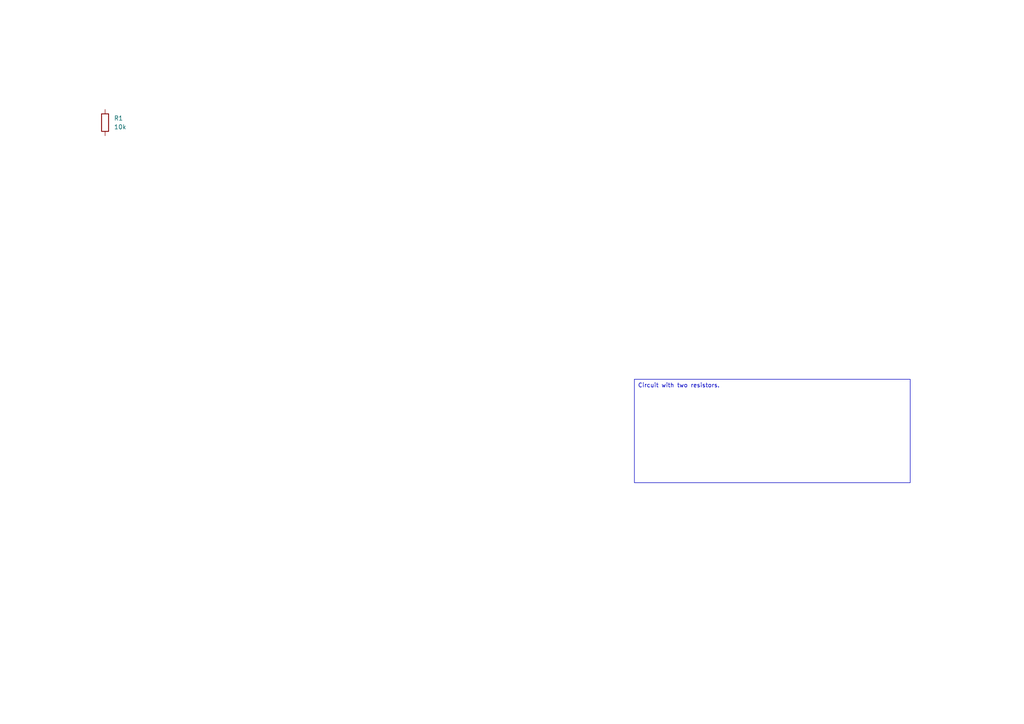
<source format=kicad_sch>
(kicad_sch (version 20250114) (generator "circuit_synth") (generator_version "0.8.36")
  (paper "A4")
  (title_block (title "delete_test"))
  (lib_symbols
    (symbol "Device:R" (pin_numbers (hide yes)) (pin_names (offset 0))
      (property "Reference" "R" (at 2.032 0 90))
      (property "Value" "R" (at 0 0 90))
      (symbol "R_0_1"
        (rectangle (start -1.016 -2.54) (end 1.016 2.54) (stroke (width 0.254)))
      )
      (symbol "R_1_1"
        (pin passive line (at 0 3.81 270) (length 1.27) (name "~") (number "1"))
        (pin passive line (at 0 -3.81 90) (length 1.27) (name "~") (number "2"))
      )
    )
  )
  (symbol (lib_id "Device:R") (at 30.48 35.56 0) (unit 1)
    (property "Reference" "R1" (at 33.02 34.2899 0) (effects (justify left)))
    (property "Value" "10k" (at 33.02 36.8299 0) (effects (justify left)))
    (property "Footprint" "Resistor_SMD:R_0603_1608Metric" (effects (hide yes)))
    (property "hierarchy_path" "/1220838f-9c5f-4ac6-8b6c-2116b3f0c299" (effects (hide yes)))
    (property "project_name" "delete_test" (effects (hide yes)))
    (property "root_uuid" "1220838f-9c5f-4ac6-8b6c-2116b3f0c299" (effects (hide yes)))
  )
  (text_box "Circuit with two resistors." (at 184 110 0) (size 80 30) (margins 1 1 1 1) (effects (font (size 1.2 1.2)) (justify left top)))
)
</source>
